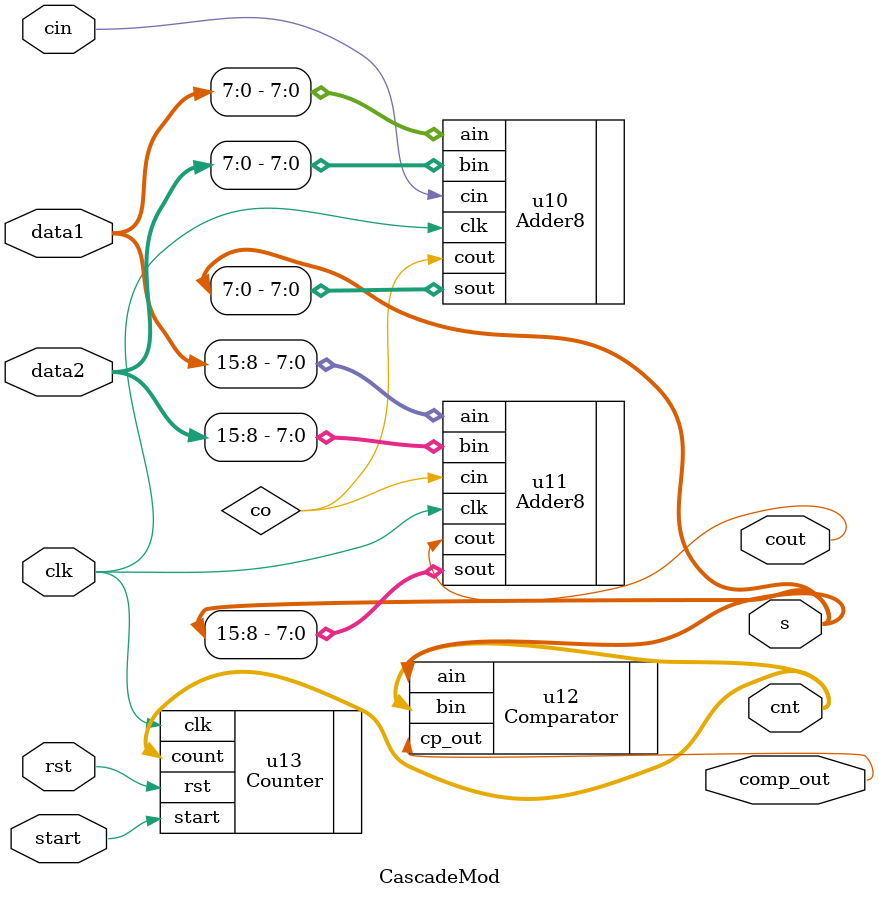
<source format=sv>
module CascadeMod (
  input  logic [15:0] data1, data2,
  output logic [15:0] s, cnt,
  input  logic clk, cin, rst, start,
  output logic cout, comp_out
);

logic co;
Adder8 u10 (.ain(data1[7:0]), .bin(data2[7:0]), .cin(cin), .clk(clk), 
.sout(s[7:0]), .cout(co));
Adder8 u11 (.ain(data1[15:8]), .bin(data2[15:8]), .cin(co), .clk(clk), 
.sout(s[15:8]), .cout(cout));
Comparator u12 (.ain(s), .bin(cnt), .cp_out(comp_out));
Counter u13 (.count(cnt), .start(start), .clk(clk), .rst(rst));

endmodule

</source>
